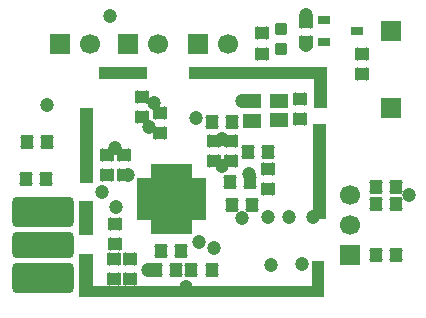
<source format=gts>
G04 Layer_Color=8388736*
%FSLAX42Y42*%
%MOMM*%
G71*
G01*
G75*
G04:AMPARAMS|DCode=31|XSize=1.2mm|YSize=1.1mm|CornerRadius=0.21mm|HoleSize=0mm|Usage=FLASHONLY|Rotation=0.000|XOffset=0mm|YOffset=0mm|HoleType=Round|Shape=RoundedRectangle|*
%AMROUNDEDRECTD31*
21,1,1.20,0.68,0,0,0.0*
21,1,0.78,1.10,0,0,0.0*
1,1,0.43,0.39,-0.34*
1,1,0.43,-0.39,-0.34*
1,1,0.43,-0.39,0.34*
1,1,0.43,0.39,0.34*
%
%ADD31ROUNDEDRECTD31*%
G04:AMPARAMS|DCode=32|XSize=1mm|YSize=1mm|CornerRadius=0.2mm|HoleSize=0mm|Usage=FLASHONLY|Rotation=270.000|XOffset=0mm|YOffset=0mm|HoleType=Round|Shape=RoundedRectangle|*
%AMROUNDEDRECTD32*
21,1,1.00,0.60,0,0,270.0*
21,1,0.60,1.00,0,0,270.0*
1,1,0.40,-0.30,-0.30*
1,1,0.40,-0.30,0.30*
1,1,0.40,0.30,0.30*
1,1,0.40,0.30,-0.30*
%
%ADD32ROUNDEDRECTD32*%
G04:AMPARAMS|DCode=33|XSize=2.2mm|YSize=5.2mm|CornerRadius=0.35mm|HoleSize=0mm|Usage=FLASHONLY|Rotation=270.000|XOffset=0mm|YOffset=0mm|HoleType=Round|Shape=RoundedRectangle|*
%AMROUNDEDRECTD33*
21,1,2.20,4.50,0,0,270.0*
21,1,1.50,5.20,0,0,270.0*
1,1,0.70,-2.25,-0.75*
1,1,0.70,-2.25,0.75*
1,1,0.70,2.25,0.75*
1,1,0.70,2.25,-0.75*
%
%ADD33ROUNDEDRECTD33*%
%ADD34R,1.10X0.80*%
G04:AMPARAMS|DCode=35|XSize=1.2mm|YSize=1.1mm|CornerRadius=0.21mm|HoleSize=0mm|Usage=FLASHONLY|Rotation=90.000|XOffset=0mm|YOffset=0mm|HoleType=Round|Shape=RoundedRectangle|*
%AMROUNDEDRECTD35*
21,1,1.20,0.68,0,0,90.0*
21,1,0.78,1.10,0,0,90.0*
1,1,0.43,0.34,0.39*
1,1,0.43,0.34,-0.39*
1,1,0.43,-0.34,-0.39*
1,1,0.43,-0.34,0.39*
%
%ADD35ROUNDEDRECTD35*%
%ADD36R,1.50X1.30*%
%ADD37C,1.20*%
%ADD38R,3.55X3.55*%
%ADD39R,1.20X0.50*%
%ADD40R,0.50X1.20*%
G04:AMPARAMS|DCode=41|XSize=2.6mm|YSize=5.2mm|CornerRadius=0.4mm|HoleSize=0mm|Usage=FLASHONLY|Rotation=270.000|XOffset=0mm|YOffset=0mm|HoleType=Round|Shape=RoundedRectangle|*
%AMROUNDEDRECTD41*
21,1,2.60,4.40,0,0,270.0*
21,1,1.80,5.20,0,0,270.0*
1,1,0.80,-2.20,-0.90*
1,1,0.80,-2.20,0.90*
1,1,0.80,2.20,0.90*
1,1,0.80,2.20,-0.90*
%
%ADD41ROUNDEDRECTD41*%
%ADD42R,1.70X1.70*%
%ADD43C,1.70*%
%ADD44R,1.70X1.70*%
G36*
X1210Y2000D02*
X1210Y1890D01*
X810Y1890D01*
X810Y2000D01*
X1210Y2000D01*
D02*
G37*
G36*
X2730Y2000D02*
Y1995D01*
X2735D01*
X2735Y1650D01*
X2625Y1650D01*
X2625Y1890D01*
X1570Y1890D01*
Y2000D01*
X2730Y2000D01*
D02*
G37*
G36*
X760Y1650D02*
X760Y1010D01*
X645Y1010D01*
X645Y1650D01*
X760Y1650D01*
D02*
G37*
G36*
X2730Y1512D02*
X2730Y710D01*
X2620Y710D01*
X2620Y1512D01*
X2730Y1512D01*
D02*
G37*
G36*
X760Y860D02*
X760Y570D01*
X640Y570D01*
X640Y860D01*
X760Y860D01*
D02*
G37*
G36*
X760Y410D02*
X760Y140D01*
X2610Y140D01*
X2610Y355D01*
X2710Y355D01*
X2710Y50D01*
X2614Y50D01*
X640Y50D01*
Y140D01*
X640D01*
X640Y410D01*
X760Y410D01*
D02*
G37*
D31*
X2190Y2280D02*
D03*
Y2110D02*
D03*
X3030Y1935D02*
D03*
Y2105D02*
D03*
X2560Y2380D02*
D03*
Y2210D02*
D03*
X875Y1250D02*
D03*
Y1080D02*
D03*
X1015Y1250D02*
D03*
Y1080D02*
D03*
X1925Y1370D02*
D03*
Y1200D02*
D03*
X1785Y1370D02*
D03*
Y1200D02*
D03*
X2505Y1725D02*
D03*
Y1555D02*
D03*
X2235Y1130D02*
D03*
Y960D02*
D03*
X940Y495D02*
D03*
Y665D02*
D03*
X1320Y1435D02*
D03*
X1320Y1605D02*
D03*
X1170Y1575D02*
D03*
X1170Y1745D02*
D03*
X930Y200D02*
D03*
Y370D02*
D03*
X1070Y200D02*
D03*
Y370D02*
D03*
D32*
X2350Y2145D02*
D03*
Y2315D02*
D03*
D33*
X330Y490D02*
D03*
D34*
X2710Y2395D02*
D03*
Y2205D02*
D03*
X2990Y2300D02*
D03*
D35*
X2100Y830D02*
D03*
X1930D02*
D03*
X2065Y1280D02*
D03*
X2235D02*
D03*
X2085Y1020D02*
D03*
X1915D02*
D03*
X1935Y1530D02*
D03*
X1765D02*
D03*
X1330Y440D02*
D03*
X1500D02*
D03*
X190Y1050D02*
D03*
X360D02*
D03*
X365Y1360D02*
D03*
X195D02*
D03*
X1457Y280D02*
D03*
X1287D02*
D03*
X1590Y280D02*
D03*
X1760D02*
D03*
X3320Y980D02*
D03*
X3150D02*
D03*
X3320Y840D02*
D03*
X3150D02*
D03*
Y400D02*
D03*
X3320D02*
D03*
D36*
X2335Y1550D02*
D03*
X2105Y1540D02*
D03*
Y1710D02*
D03*
X2335D02*
D03*
D37*
X1650Y510D02*
D03*
X900Y2430D02*
D03*
X150Y210D02*
D03*
X490Y200D02*
D03*
X170Y770D02*
D03*
X490Y760D02*
D03*
X2560Y2180D02*
D03*
Y2440D02*
D03*
X1270Y1690D02*
D03*
X1850Y1390D02*
D03*
Y1160D02*
D03*
X1780Y460D02*
D03*
X2020Y720D02*
D03*
X1525Y990D02*
D03*
Y770D02*
D03*
X1315D02*
D03*
Y990D02*
D03*
X945Y1310D02*
D03*
X2020Y1710D02*
D03*
X2075Y1090D02*
D03*
X950Y810D02*
D03*
X1220Y280D02*
D03*
X1230Y1490D02*
D03*
X830Y940D02*
D03*
X1050Y1080D02*
D03*
X370Y1670D02*
D03*
X1630Y1560D02*
D03*
X2240Y730D02*
D03*
X2420D02*
D03*
X2620D02*
D03*
X2530Y330D02*
D03*
X3430Y910D02*
D03*
X1540Y130D02*
D03*
X2260Y320D02*
D03*
D38*
X1420Y880D02*
D03*
D39*
X1185Y730D02*
D03*
Y780D02*
D03*
Y830D02*
D03*
Y880D02*
D03*
Y930D02*
D03*
Y980D02*
D03*
Y1030D02*
D03*
X1655D02*
D03*
Y980D02*
D03*
Y930D02*
D03*
Y880D02*
D03*
Y830D02*
D03*
Y780D02*
D03*
Y730D02*
D03*
D40*
X1270Y1115D02*
D03*
X1320D02*
D03*
X1370D02*
D03*
X1420D02*
D03*
X1470D02*
D03*
X1520D02*
D03*
X1570D02*
D03*
Y645D02*
D03*
X1520D02*
D03*
X1470D02*
D03*
X1420D02*
D03*
X1370D02*
D03*
X1320D02*
D03*
X1270D02*
D03*
D41*
X330Y210D02*
D03*
Y770D02*
D03*
D42*
X1646Y2190D02*
D03*
X1056D02*
D03*
X476D02*
D03*
D43*
X1900D02*
D03*
X1310D02*
D03*
X730D02*
D03*
X2930Y914D02*
D03*
Y660D02*
D03*
X1420Y880D02*
D03*
D44*
X3280Y2300D02*
D03*
Y1650D02*
D03*
X2930Y406D02*
D03*
M02*

</source>
